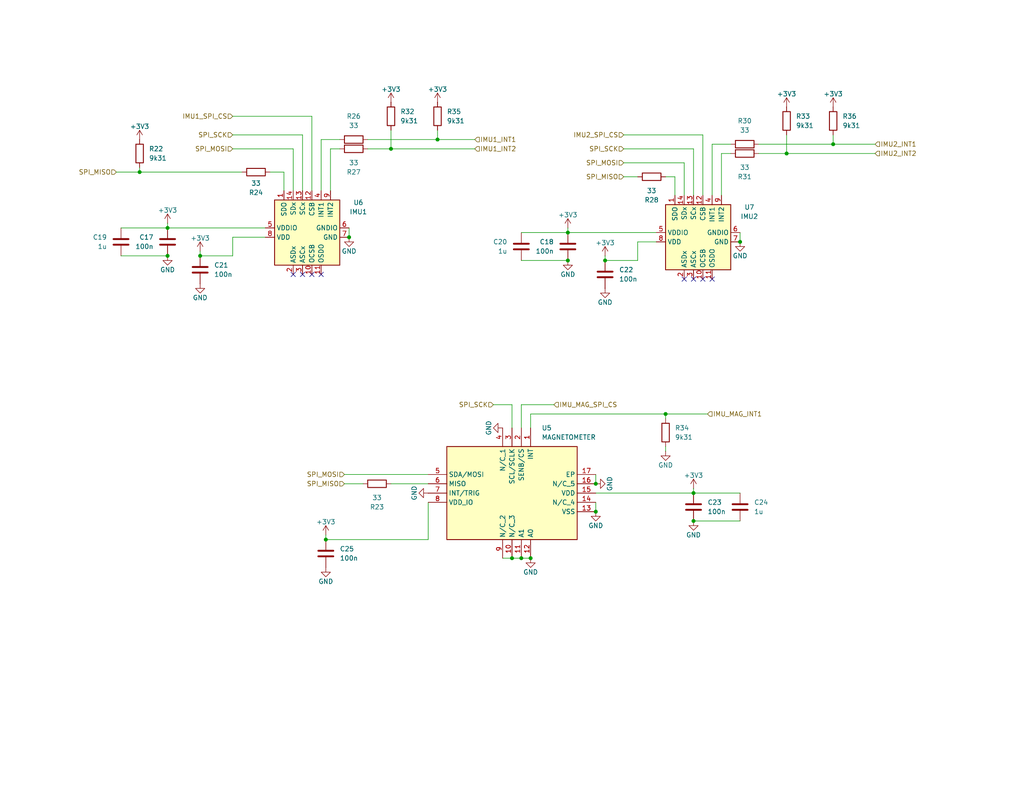
<source format=kicad_sch>
(kicad_sch (version 20231120) (generator "eeschema") (generator_version "8.0")
  (paper "USLetter")
  (lib_symbols
    (symbol "Device:C" (pin_numbers hide) (pin_names (offset 0.254))
      (property "Reference" "C" (at 0.635 2.54 0))
      (property "Value" "C" (at 0.635 -2.54 0))
      (symbol "C_0_1"
        (polyline (pts (xy -2.032 -0.762) (xy 2.032 -0.762)) (stroke (width 0.508)))
        (polyline (pts (xy -2.032 0.762) (xy 2.032 0.762)) (stroke (width 0.508)))
      )
      (symbol "C_1_1"
        (pin passive line (at 0 3.81 270) (length 2.794) (name "~") (number "1"))
        (pin passive line (at 0 -3.81 90) (length 2.794) (name "~") (number "2"))
      )
    )
    (symbol "Device:R" (pin_numbers hide) (pin_names (offset 0))
      (property "Reference" "R" (at 2.032 0 90))
      (property "Value" "R" (at 0 0 90))
      (symbol "R_0_1"
        (rectangle (start -1.016 -2.54) (end 1.016 2.54) (stroke (width 0.254)))
      )
      (symbol "R_1_1"
        (pin passive line (at 0 3.81 270) (length 1.27) (name "~") (number "1"))
        (pin passive line (at 0 -3.81 90) (length 1.27) (name "~") (number "2"))
      )
    )
    (symbol "Sensor_Motion:BMI160"
      (property "Reference" "U" (at -10.16 8.89 0))
      (property "Value" "BMI160" (at 7.62 8.89 0))
      (symbol "BMI160_1_1"
        (rectangle (start -10.16 7.62) (end 7.62 -10.16) (stroke (width 0.254)) (fill (type background)))
        (pin bidirectional line (at -12.7 5.08 0) (length 2.54) (name "SDO") (number "1"))
        (pin bidirectional line (at 10.16 -2.54 180) (length 2.54) (name "OCSB") (number "10"))
        (pin bidirectional line (at 10.16 -5.08 180) (length 2.54) (name "OSDO") (number "11"))
        (pin input line (at -12.7 -2.54 0) (length 2.54) (name "CSB") (number "12"))
        (pin input line (at -12.7 0 0) (length 2.54) (name "SCx") (number "13"))
        (pin bidirectional line (at -12.7 2.54 0) (length 2.54) (name "SDx") (number "14"))
        (pin bidirectional line (at 10.16 2.54 180) (length 2.54) (name "ASDx") (number "2"))
        (pin output line (at 10.16 0 180) (length 2.54) (name "ASCx") (number "3"))
        (pin bidirectional line (at -12.7 -5.08 0) (length 2.54) (name "INT1") (number "4"))
        (pin power_in line (at -2.54 10.16 270) (length 2.54) (name "VDDIO") (number "5"))
        (pin power_in line (at -2.54 -12.7 90) (length 2.54) (name "GNDIO") (number "6"))
        (pin power_in line (at 0 -12.7 90) (length 2.54) (name "GND") (number "7"))
        (pin power_in line (at 0 10.16 270) (length 2.54) (name "VDD") (number "8"))
        (pin bidirectional line (at -12.7 -7.62 0) (length 2.54) (name "INT2") (number "9"))
      )
    )
    (symbol "TVSC:MLX90393ELW-ABA-011-RE"
      (property "Reference" "IC" (at 31.75 17.78 0))
      (property "Value" "MLX90393ELW-ABA-011-RE" (at 31.75 15.24 0))
      (symbol "MLX90393ELW-ABA-011-RE_1_1"
        (rectangle (start 5.08 12.7) (end 30.48 -22.86) (stroke (width 0.254)) (fill (type background)))
        (pin passive line (at 0 0 0) (length 5.08) (name "INT") (number "1"))
        (pin passive line (at 35.56 -5.08 180) (length 5.08) (name "N/C_3") (number "10"))
        (pin passive line (at 35.56 -2.54 180) (length 5.08) (name "A1") (number "11"))
        (pin passive line (at 35.56 0 180) (length 5.08) (name "A0") (number "12"))
        (pin passive line (at 22.86 17.78 270) (length 5.08) (name "VSS") (number "13"))
        (pin passive line (at 20.32 17.78 270) (length 5.08) (name "N/C_4") (number "14"))
        (pin passive line (at 17.78 17.78 270) (length 5.08) (name "VDD") (number "15"))
        (pin passive line (at 15.24 17.78 270) (length 5.08) (name "N/C_5") (number "16"))
        (pin passive line (at 12.7 17.78 270) (length 5.08) (name "EP") (number "17"))
        (pin passive line (at 0 -2.54 0) (length 5.08) (name "SENB/CS") (number "2"))
        (pin passive line (at 0 -5.08 0) (length 5.08) (name "SCL/SCLK") (number "3"))
        (pin passive line (at 0 -7.62 0) (length 5.08) (name "N/C_1") (number "4"))
        (pin passive line (at 12.7 -27.94 90) (length 5.08) (name "SDA/MOSI") (number "5"))
        (pin passive line (at 15.24 -27.94 90) (length 5.08) (name "MISO") (number "6"))
        (pin passive line (at 17.78 -27.94 90) (length 5.08) (name "INT/TRIG") (number "7"))
        (pin passive line (at 20.32 -27.94 90) (length 5.08) (name "VDD_IO") (number "8"))
        (pin passive line (at 35.56 -7.62 180) (length 5.08) (name "N/C_2") (number "9"))
      )
    )
    (symbol "power:+3V3" (power) (pin_numbers hide) (pin_names (offset 0) hide)
      (property "Value" "+3V3" (at 0 3.556 0))
      (symbol "+3V3_0_1"
        (polyline (pts (xy -0.762 1.27) (xy 0 2.54)))
        (polyline (pts (xy 0 0) (xy 0 2.54)))
        (polyline (pts (xy 0 2.54) (xy 0.762 1.27)))
      )
      (symbol "+3V3_1_1"
        (pin power_in line (at 0 0 90) (length 0) (name "~") (number "1"))
      )
    )
    (symbol "power:GND" (power) (pin_numbers hide) (pin_names (offset 0) hide)
      (property "Value" "GND" (at 0 -3.81 0))
      (symbol "GND_0_1"
        (polyline (pts (xy 0 0) (xy 0 -1.27) (xy 1.27 -1.27) (xy 0 -2.54) (xy -1.27 -1.27) (xy 0 -1.27)))
      )
      (symbol "GND_1_1"
        (pin power_in line (at 0 0 270) (length 0) (name "~") (number "1"))
      )
    )
  )
  (junction (at 162.56 132.08))
  (junction (at 189.23 142.24))
  (junction (at 38.1 46.99))
  (junction (at 227.33 39.37))
  (junction (at 45.72 69.85))
  (junction (at 201.93 66.04))
  (junction (at 142.24 152.4))
  (junction (at 139.7 152.4))
  (junction (at 189.23 134.62))
  (junction (at 162.56 139.7))
  (junction (at 154.94 63.5))
  (junction (at 106.68 40.64))
  (junction (at 154.94 71.12))
  (junction (at 181.61 113.03))
  (junction (at 54.61 69.85))
  (junction (at 88.9 147.32))
  (junction (at 45.72 62.23))
  (junction (at 165.1 71.12))
  (junction (at 95.25 64.77))
  (junction (at 214.63 41.91))
  (junction (at 144.78 152.4))
  (junction (at 119.38 38.1))
  (no_connect (at 87.63 74.93))
  (no_connect (at 194.31 76.2))
  (no_connect (at 80.01 74.93))
  (no_connect (at 82.55 74.93))
  (no_connect (at 85.09 74.93))
  (no_connect (at 189.23 76.2))
  (no_connect (at 186.69 76.2))
  (no_connect (at 191.77 76.2))
  (wire (pts (xy 142.24 110.49) (xy 151.13 110.49)))
  (wire (pts (xy 63.5 64.77) (xy 72.39 64.77)))
  (wire (pts (xy 116.84 132.08) (xy 106.68 132.08)))
  (wire (pts (xy 88.9 147.32) (xy 116.84 147.32)))
  (wire (pts (xy 82.55 36.83) (xy 82.55 52.07)))
  (wire (pts (xy 191.77 36.83) (xy 191.77 53.34)))
  (wire (pts (xy 162.56 129.54) (xy 162.56 132.08)))
  (wire (pts (xy 227.33 36.83) (xy 227.33 39.37)))
  (wire (pts (xy 196.85 41.91) (xy 196.85 53.34)))
  (wire (pts (xy 154.94 71.12) (xy 142.24 71.12)))
  (wire (pts (xy 173.99 71.12) (xy 165.1 71.12)))
  (wire (pts (xy 139.7 152.4) (xy 142.24 152.4)))
  (wire (pts (xy 142.24 110.49) (xy 142.24 116.84)))
  (wire (pts (xy 194.31 39.37) (xy 199.39 39.37)))
  (wire (pts (xy 179.07 66.04) (xy 173.99 66.04)))
  (wire (pts (xy 88.9 146.05) (xy 88.9 147.32)))
  (wire (pts (xy 54.61 68.58) (xy 54.61 69.85)))
  (wire (pts (xy 227.33 39.37) (xy 238.76 39.37)))
  (wire (pts (xy 194.31 39.37) (xy 194.31 53.34)))
  (wire (pts (xy 93.98 129.54) (xy 116.84 129.54)))
  (wire (pts (xy 201.93 134.62) (xy 189.23 134.62)))
  (wire (pts (xy 189.23 142.24) (xy 201.93 142.24)))
  (wire (pts (xy 87.63 38.1) (xy 87.63 52.07)))
  (wire (pts (xy 238.76 41.91) (xy 214.63 41.91)))
  (wire (pts (xy 77.47 52.07) (xy 77.47 46.99)))
  (wire (pts (xy 119.38 35.56) (xy 119.38 38.1)))
  (wire (pts (xy 170.18 36.83) (xy 191.77 36.83)))
  (wire (pts (xy 31.75 46.99) (xy 38.1 46.99)))
  (wire (pts (xy 45.72 69.85) (xy 33.02 69.85)))
  (wire (pts (xy 189.23 133.35) (xy 189.23 134.62)))
  (wire (pts (xy 165.1 69.85) (xy 165.1 71.12)))
  (wire (pts (xy 214.63 36.83) (xy 214.63 41.91)))
  (wire (pts (xy 134.62 110.49) (xy 139.7 110.49)))
  (wire (pts (xy 189.23 40.64) (xy 189.23 53.34)))
  (wire (pts (xy 186.69 44.45) (xy 186.69 53.34)))
  (wire (pts (xy 106.68 35.56) (xy 106.68 40.64)))
  (wire (pts (xy 129.54 38.1) (xy 119.38 38.1)))
  (wire (pts (xy 162.56 134.62) (xy 189.23 134.62)))
  (wire (pts (xy 207.01 41.91) (xy 214.63 41.91)))
  (wire (pts (xy 139.7 110.49) (xy 139.7 116.84)))
  (wire (pts (xy 45.72 60.96) (xy 45.72 62.23)))
  (wire (pts (xy 142.24 63.5) (xy 154.94 63.5)))
  (wire (pts (xy 154.94 62.23) (xy 154.94 63.5)))
  (wire (pts (xy 184.15 48.26) (xy 184.15 53.34)))
  (wire (pts (xy 170.18 44.45) (xy 186.69 44.45)))
  (wire (pts (xy 181.61 113.03) (xy 193.04 113.03)))
  (wire (pts (xy 181.61 48.26) (xy 184.15 48.26)))
  (wire (pts (xy 63.5 31.75) (xy 85.09 31.75)))
  (wire (pts (xy 92.71 40.64) (xy 90.17 40.64)))
  (wire (pts (xy 181.61 113.03) (xy 181.61 114.3)))
  (wire (pts (xy 144.78 113.03) (xy 144.78 116.84)))
  (wire (pts (xy 116.84 137.16) (xy 116.84 147.32)))
  (wire (pts (xy 170.18 40.64) (xy 189.23 40.64)))
  (wire (pts (xy 144.78 113.03) (xy 181.61 113.03)))
  (wire (pts (xy 63.5 36.83) (xy 82.55 36.83)))
  (wire (pts (xy 207.01 39.37) (xy 227.33 39.37)))
  (wire (pts (xy 90.17 40.64) (xy 90.17 52.07)))
  (wire (pts (xy 33.02 62.23) (xy 45.72 62.23)))
  (wire (pts (xy 92.71 38.1) (xy 87.63 38.1)))
  (wire (pts (xy 93.98 132.08) (xy 99.06 132.08)))
  (wire (pts (xy 80.01 40.64) (xy 80.01 52.07)))
  (wire (pts (xy 95.25 62.23) (xy 95.25 64.77)))
  (wire (pts (xy 142.24 152.4) (xy 144.78 152.4)))
  (wire (pts (xy 196.85 41.91) (xy 199.39 41.91)))
  (wire (pts (xy 38.1 46.99) (xy 66.04 46.99)))
  (wire (pts (xy 170.18 48.26) (xy 173.99 48.26)))
  (wire (pts (xy 181.61 123.19) (xy 181.61 121.92)))
  (wire (pts (xy 173.99 66.04) (xy 173.99 71.12)))
  (wire (pts (xy 201.93 63.5) (xy 201.93 66.04)))
  (wire (pts (xy 100.33 40.64) (xy 106.68 40.64)))
  (wire (pts (xy 154.94 63.5) (xy 179.07 63.5)))
  (wire (pts (xy 129.54 40.64) (xy 106.68 40.64)))
  (wire (pts (xy 63.5 64.77) (xy 63.5 69.85)))
  (wire (pts (xy 100.33 38.1) (xy 119.38 38.1)))
  (wire (pts (xy 77.47 46.99) (xy 73.66 46.99)))
  (wire (pts (xy 63.5 69.85) (xy 54.61 69.85)))
  (wire (pts (xy 85.09 31.75) (xy 85.09 52.07)))
  (wire (pts (xy 45.72 62.23) (xy 72.39 62.23)))
  (wire (pts (xy 162.56 137.16) (xy 162.56 139.7)))
  (wire (pts (xy 137.16 152.4) (xy 139.7 152.4)))
  (wire (pts (xy 63.5 40.64) (xy 80.01 40.64)))
  (wire (pts (xy 38.1 45.72) (xy 38.1 46.99)))
  (hierarchical_label "IMU2_INT2" (shape input) (at 238.76 41.91 0))
  (hierarchical_label "SPI_MISO" (shape input) (at 31.75 46.99 180))
  (hierarchical_label "IMU2_INT1" (shape input) (at 238.76 39.37 0))
  (hierarchical_label "IMU_MAG_INT1" (shape input) (at 193.04 113.03 0))
  (hierarchical_label "IMU1_SPI_CS" (shape input) (at 63.5 31.75 180))
  (hierarchical_label "SPI_MOSI" (shape input) (at 63.5 40.64 180))
  (hierarchical_label "SPI_SCK" (shape input) (at 63.5 36.83 180))
  (hierarchical_label "IMU2_SPI_CS" (shape input) (at 170.18 36.83 180))
  (hierarchical_label "SPI_MISO" (shape input) (at 170.18 48.26 180))
  (hierarchical_label "SPI_SCK" (shape input) (at 134.62 110.49 180))
  (hierarchical_label "SPI_MISO" (shape input) (at 93.98 132.08 180))
  (hierarchical_label "IMU_MAG_SPI_CS" (shape input) (at 151.13 110.49 0))
  (hierarchical_label "IMU1_INT1" (shape input) (at 129.54 38.1 0))
  (hierarchical_label "SPI_MOSI" (shape input) (at 93.98 129.54 180))
  (hierarchical_label "SPI_MOSI" (shape input) (at 170.18 44.45 180))
  (hierarchical_label "IMU1_INT2" (shape input) (at 129.54 40.64 0))
  (hierarchical_label "SPI_SCK" (shape input) (at 170.18 40.64 180))
  (symbol (lib_id "power:+3V3") (at 214.63 29.21 0) (unit 1)
    (property "Reference" "#PWR67" (effects (hide yes)))
    (property "Value" "+3V3" (at 214.63 25.654 0))
  )
  (symbol (lib_id "power:+3V3") (at 189.23 133.35 0) (unit 1)
    (property "Reference" "#PWR44" (effects (hide yes)))
    (property "Value" "+3V3" (at 189.23 129.794 0))
  )
  (symbol (lib_id "Device:C") (at 165.1 74.93 0) (unit 1)
    (property "Reference" "C22" (at 168.91 73.66 0) (effects (justify left)))
    (property "Value" "100n" (at 168.91 76.2 0) (effects (justify left)))
    (property "Footprint" "footprints:Nondescript_C_0402_1005Metric" (effects (hide yes)))
    (property "Active" "Y" (effects (hide yes)))
    (property "MPN" "C1525" (effects (hide yes)))
    (property "Manufacturer" "Samsung Electro-Mechanics" (effects (hide yes)))
    (property "Manufacturer Part Number" "CL05B104KO5NNNC" (effects (hide yes)))
    (property "Basic or Extended Component" "Basic" (effects (hide yes)))
  )
  (symbol (lib_id "power:GND") (at 137.16 116.84 270) (mirror x) (unit 1)
    (property "Reference" "#PWR55" (effects (hide yes)))
    (property "Value" "GND" (at 133.35 116.84 0))
  )
  (symbol (lib_id "power:GND") (at 181.61 123.19 0) (mirror y) (unit 1)
    (property "Reference" "#PWR68" (effects (hide yes)))
    (property "Value" "GND" (at 181.61 127 0))
  )
  (symbol (lib_id "Sensor_Motion:BMI160") (at 189.23 66.04 90) (mirror x) (unit 1)
    (property "Reference" "U7" (at 204.47 56.5719 90))
    (property "Value" "IMU2" (at 204.47 59.1119 90))
    (property "Footprint" "Package_LGA:Bosch_LGA-14_3x2.5mm_P0.5mm" (effects (hide yes)))
    (property "Datasheet" "https://www.bosch-sensortec.com/media/boschsensortec/downloads/datasheets/bst-bmi160-ds000.pdf" (effects (hide yes)))
    (property "MPN" "C5368700" (effects (hide yes)))
    (property "Manufacturer" "Bosch Sensortec" (effects (hide yes)))
    (property "Manufacturer Part Number" "BMI323" (effects (hide yes)))
    (property "Active" "Y" (effects (hide yes)))
    (property "Basic or Extended Component" "Extended" (effects (hide yes)))
  )
  (symbol (lib_id "TVSC:MLX90393ELW-ABA-011-RE") (at 144.78 116.84 270) (unit 1)
    (property "Reference" "U5" (at 147.7965 116.84 90) (effects (justify left)))
    (property "Value" "MAGNETOMETER" (at 147.7965 119.38 90) (effects (justify left)))
    (property "Footprint" "footprints:QFN50P300X300X100-17N-D" (effects (hide yes)))
    (property "Datasheet" "https://componentsearchengine.com/Datasheets/1/MLX90393ELW-ABA-011-RE.pdf" (effects (hide yes)))
    (property "Description" "Board Mount Hall Effect / Magnetic Sensors Triaxis Magnetic node - Micropower Magnetometer ft. SPI/I2C Output - I2C_address 0x03h - Consumer Grade (Gen.III)" (effects (hide yes)))
    (property "Height" "1" (effects (hide yes)))
    (property "Arrow Part Number" "MLX90393ELW-ABA-011-RE" (effects (hide yes)))
    (property "Arrow Price/Stock" "https://www.arrow.com/en/products/mlx90393elw-aba-011-re/melexis?utm_currency=USD&region=nac" (effects (hide yes)))
    (property "Active" "Y" (effects (hide yes)))
    (property "Basic or Extended Component" "Extended" (effects (hide yes)))
    (property "MPN" "C2654971" (effects (hide yes)))
    (property "Manufacturer" "Melexis" (effects (hide yes)))
    (property "Manufacturer Part Number" "MLX90393ELW-ABA-011-RE" (effects (hide yes)))
  )
  (symbol (lib_id "Device:R") (at 181.61 118.11 0) (unit 1)
    (property "Reference" "R34" (at 184.15 116.84 0) (effects (justify left)))
    (property "Value" "9k31" (at 184.15 119.38 0) (effects (justify left)))
    (property "Footprint" "footprints:Nondescript_R_0402_1005Metric" (effects (hide yes)))
    (property "MPN" "C270572" (effects (hide yes)))
    (property "Manufacturer" "UNI-ROYAL(Uniroyal Elec)" (effects (hide yes)))
    (property "Manufacturer Part Number" "0402WGF9311TCE" (effects (hide yes)))
    (property "Active" "Y" (effects (hide yes)))
    (property "Basic or Extended Component" "Basic" (effects (hide yes)))
  )
  (symbol (lib_id "power:+3V3") (at 227.33 29.21 0) (unit 1)
    (property "Reference" "#PWR70" (effects (hide yes)))
    (property "Value" "+3V3" (at 227.33 25.654 0))
  )
  (symbol (lib_id "power:+3V3") (at 45.72 60.96 0) (mirror y) (unit 1)
    (property "Reference" "#PWR34" (effects (hide yes)))
    (property "Value" "+3V3" (at 45.72 57.404 0))
  )
  (symbol (lib_id "power:GND") (at 116.84 134.62 270) (mirror x) (unit 1)
    (property "Reference" "#PWR53" (effects (hide yes)))
    (property "Value" "GND" (at 113.03 134.62 0))
  )
  (symbol (lib_id "power:GND") (at 45.72 69.85 0) (mirror y) (unit 1)
    (property "Reference" "#PWR35" (effects (hide yes)))
    (property "Value" "GND" (at 45.72 73.66 0))
  )
  (symbol (lib_id "power:GND") (at 54.61 77.47 0) (unit 1)
    (property "Reference" "#PWR41" (effects (hide yes)))
    (property "Value" "GND" (at 54.61 81.28 0))
  )
  (symbol (lib_id "power:+3V3") (at 54.61 68.58 0) (unit 1)
    (property "Reference" "#PWR40" (effects (hide yes)))
    (property "Value" "+3V3" (at 54.61 65.024 0))
  )
  (symbol (lib_id "power:GND") (at 154.94 71.12 0) (mirror y) (unit 1)
    (property "Reference" "#PWR37" (effects (hide yes)))
    (property "Value" "GND" (at 154.94 74.93 0))
  )
  (symbol (lib_id "Device:C") (at 142.24 67.31 0) (mirror y) (unit 1)
    (property "Reference" "C20" (at 138.43 66.04 0) (effects (justify left)))
    (property "Value" "1u" (at 138.43 68.58 0) (effects (justify left)))
    (property "Footprint" "footprints:Nondescript_C_0402_1005Metric" (effects (hide yes)))
    (property "Active" "Y" (effects (hide yes)))
    (property "MPN" "C52923" (effects (hide yes)))
    (property "Manufacturer" "Samsung Electro-Mechanics" (effects (hide yes)))
    (property "Manufacturer Part Number" "CL05A105KA5NQNC" (effects (hide yes)))
    (property "Basic or Extended Component" "Basic" (effects (hide yes)))
  )
  (symbol (lib_id "Device:R") (at 214.63 33.02 0) (unit 1)
    (property "Reference" "R33" (at 217.17 31.75 0) (effects (justify left)))
    (property "Value" "9k31" (at 217.17 34.29 0) (effects (justify left)))
    (property "Footprint" "footprints:Nondescript_R_0402_1005Metric" (effects (hide yes)))
    (property "MPN" "C270572" (effects (hide yes)))
    (property "Manufacturer" "UNI-ROYAL(Uniroyal Elec)" (effects (hide yes)))
    (property "Manufacturer Part Number" "0402WGF9311TCE" (effects (hide yes)))
    (property "Active" "Y" (effects (hide yes)))
    (property "Basic or Extended Component" "Basic" (effects (hide yes)))
  )
  (symbol (lib_id "power:+3V3") (at 119.38 27.94 0) (unit 1)
    (property "Reference" "#PWR69" (effects (hide yes)))
    (property "Value" "+3V3" (at 119.38 24.384 0))
  )
  (symbol (lib_id "Device:C") (at 54.61 73.66 0) (unit 1)
    (property "Reference" "C21" (at 58.42 72.39 0) (effects (justify left)))
    (property "Value" "100n" (at 58.42 74.93 0) (effects (justify left)))
    (property "Footprint" "footprints:Nondescript_C_0402_1005Metric" (effects (hide yes)))
    (property "Active" "Y" (effects (hide yes)))
    (property "MPN" "C1525" (effects (hide yes)))
    (property "Manufacturer" "Samsung Electro-Mechanics" (effects (hide yes)))
    (property "Manufacturer Part Number" "CL05B104KO5NNNC" (effects (hide yes)))
    (property "Basic or Extended Component" "Basic" (effects (hide yes)))
  )
  (symbol (lib_id "power:+3V3") (at 88.9 146.05 0) (unit 1)
    (property "Reference" "#PWR48" (effects (hide yes)))
    (property "Value" "+3V3" (at 88.9 142.494 0))
  )
  (symbol (lib_id "power:GND") (at 162.56 139.7 0) (mirror y) (unit 1)
    (property "Reference" "#PWR60" (effects (hide yes)))
    (property "Value" "GND" (at 162.56 143.51 0))
  )
  (symbol (lib_id "power:GND") (at 201.93 66.04 0) (mirror y) (unit 1)
    (property "Reference" "#PWR65" (effects (hide yes)))
    (property "Value" "GND" (at 201.93 69.85 0))
  )
  (symbol (lib_id "power:GND") (at 162.56 132.08 90) (mirror x) (unit 1)
    (property "Reference" "#PWR58" (effects (hide yes)))
    (property "Value" "GND" (at 166.37 132.08 0))
  )
  (symbol (lib_id "power:+3V3") (at 106.68 27.94 0) (unit 1)
    (property "Reference" "#PWR66" (effects (hide yes)))
    (property "Value" "+3V3" (at 106.68 24.384 0))
  )
  (symbol (lib_id "power:GND") (at 144.78 152.4 0) (mirror y) (unit 1)
    (property "Reference" "#PWR56" (effects (hide yes)))
    (property "Value" "GND" (at 144.78 156.21 0))
  )
  (symbol (lib_id "power:GND") (at 95.25 64.77 0) (mirror y) (unit 1)
    (property "Reference" "#PWR62" (effects (hide yes)))
    (property "Value" "GND" (at 95.25 68.58 0))
  )
  (symbol (lib_id "Device:R") (at 38.1 41.91 0) (unit 1)
    (property "Reference" "R22" (at 40.64 40.64 0) (effects (justify left)))
    (property "Value" "9k31" (at 40.64 43.18 0) (effects (justify left)))
    (property "Footprint" "footprints:Nondescript_R_0402_1005Metric" (effects (hide yes)))
    (property "MPN" "C270572" (effects (hide yes)))
    (property "Manufacturer" "UNI-ROYAL(Uniroyal Elec)" (effects (hide yes)))
    (property "Manufacturer Part Number" "0402WGF9311TCE" (effects (hide yes)))
    (property "Active" "Y" (effects (hide yes)))
    (property "Basic or Extended Component" "Basic" (effects (hide yes)))
  )
  (symbol (lib_id "Device:R") (at 102.87 132.08 270) (unit 1)
    (property "Reference" "R23" (at 102.87 138.43 90))
    (property "Value" "33" (at 102.87 135.89 90))
    (property "Footprint" "footprints:Nondescript_R_0402_1005Metric" (effects (hide yes)))
    (property "Active" "Y" (effects (hide yes)))
    (property "Basic or Extended Component" "Basic" (effects (hide yes)))
    (property "MPN" "C25105" (effects (hide yes)))
    (property "Manufacturer" "UNI-ROYAL(Uniroyal Elec)" (effects (hide yes)))
    (property "Manufacturer Part Number" "0402WGF330JTCE" (effects (hide yes)))
  )
  (symbol (lib_id "power:+3V3") (at 154.94 62.23 0) (mirror y) (unit 1)
    (property "Reference" "#PWR36" (effects (hide yes)))
    (property "Value" "+3V3" (at 154.94 58.674 0))
  )
  (symbol (lib_id "Device:R") (at 227.33 33.02 0) (unit 1)
    (property "Reference" "R36" (at 229.87 31.75 0) (effects (justify left)))
    (property "Value" "9k31" (at 229.87 34.29 0) (effects (justify left)))
    (property "Footprint" "footprints:Nondescript_R_0402_1005Metric" (effects (hide yes)))
    (property "MPN" "C270572" (effects (hide yes)))
    (property "Manufacturer" "UNI-ROYAL(Uniroyal Elec)" (effects (hide yes)))
    (property "Manufacturer Part Number" "0402WGF9311TCE" (effects (hide yes)))
    (property "Active" "Y" (effects (hide yes)))
    (property "Basic or Extended Component" "Basic" (effects (hide yes)))
  )
  (symbol (lib_id "Device:C") (at 154.94 67.31 0) (mirror y) (unit 1)
    (property "Reference" "C18" (at 151.13 66.04 0) (effects (justify left)))
    (property "Value" "100n" (at 151.13 68.58 0) (effects (justify left)))
    (property "Footprint" "footprints:Nondescript_C_0402_1005Metric" (effects (hide yes)))
    (property "Active" "Y" (effects (hide yes)))
    (property "MPN" "C1525" (effects (hide yes)))
    (property "Manufacturer" "Samsung Electro-Mechanics" (effects (hide yes)))
    (property "Manufacturer Part Number" "CL05B104KO5NNNC" (effects (hide yes)))
    (property "Basic or Extended Component" "Basic" (effects (hide yes)))
  )
  (symbol (lib_id "Device:C") (at 33.02 66.04 0) (mirror y) (unit 1)
    (property "Reference" "C19" (at 29.21 64.77 0) (effects (justify left)))
    (property "Value" "1u" (at 29.21 67.31 0) (effects (justify left)))
    (property "Footprint" "footprints:Nondescript_C_0402_1005Metric" (effects (hide yes)))
    (property "Active" "Y" (effects (hide yes)))
    (property "MPN" "C52923" (effects (hide yes)))
    (property "Manufacturer" "Samsung Electro-Mechanics" (effects (hide yes)))
    (property "Manufacturer Part Number" "CL05A105KA5NQNC" (effects (hide yes)))
    (property "Basic or Extended Component" "Basic" (effects (hide yes)))
  )
  (symbol (lib_id "Device:R") (at 106.68 31.75 0) (unit 1)
    (property "Reference" "R32" (at 109.22 30.48 0) (effects (justify left)))
    (property "Value" "9k31" (at 109.22 33.02 0) (effects (justify left)))
    (property "Footprint" "footprints:Nondescript_R_0402_1005Metric" (effects (hide yes)))
    (property "MPN" "C270572" (effects (hide yes)))
    (property "Manufacturer" "UNI-ROYAL(Uniroyal Elec)" (effects (hide yes)))
    (property "Manufacturer Part Number" "0402WGF9311TCE" (effects (hide yes)))
    (property "Active" "Y" (effects (hide yes)))
    (property "Basic or Extended Component" "Basic" (effects (hide yes)))
  )
  (symbol (lib_id "Device:C") (at 45.72 66.04 0) (mirror y) (unit 1)
    (property "Reference" "C17" (at 41.91 64.77 0) (effects (justify left)))
    (property "Value" "100n" (at 41.91 67.31 0) (effects (justify left)))
    (property "Footprint" "footprints:Nondescript_C_0402_1005Metric" (effects (hide yes)))
    (property "Active" "Y" (effects (hide yes)))
    (property "MPN" "C1525" (effects (hide yes)))
    (property "Manufacturer" "Samsung Electro-Mechanics" (effects (hide yes)))
    (property "Manufacturer Part Number" "CL05B104KO5NNNC" (effects (hide yes)))
    (property "Basic or Extended Component" "Basic" (effects (hide yes)))
  )
  (symbol (lib_id "power:+3V3") (at 165.1 69.85 0) (unit 1)
    (property "Reference" "#PWR42" (effects (hide yes)))
    (property "Value" "+3V3" (at 165.1 66.294 0))
  )
  (symbol (lib_id "power:GND") (at 189.23 142.24 0) (unit 1)
    (property "Reference" "#PWR45" (effects (hide yes)))
    (property "Value" "GND" (at 189.23 146.05 0))
  )
  (symbol (lib_id "Device:R") (at 69.85 46.99 90) (mirror x) (unit 1)
    (property "Reference" "R24" (at 69.85 52.578 90))
    (property "Value" "33" (at 69.85 50.038 90))
    (property "Footprint" "footprints:Nondescript_R_0402_1005Metric" (effects (hide yes)))
    (property "Active" "Y" (effects (hide yes)))
    (property "Basic or Extended Component" "Basic" (effects (hide yes)))
    (property "MPN" "C25105" (effects (hide yes)))
    (property "Manufacturer" "UNI-ROYAL(Uniroyal Elec)" (effects (hide yes)))
    (property "Manufacturer Part Number" "0402WGF330JTCE" (effects (hide yes)))
  )
  (symbol (lib_id "Device:C") (at 88.9 151.13 0) (unit 1)
    (property "Reference" "C25" (at 92.71 149.86 0) (effects (justify left)))
    (property "Value" "100n" (at 92.71 152.4 0) (effects (justify left)))
    (property "Footprint" "footprints:Nondescript_C_0402_1005Metric" (effects (hide yes)))
    (property "Active" "Y" (effects (hide yes)))
    (property "MPN" "C1525" (effects (hide yes)))
    (property "Manufacturer" "Samsung Electro-Mechanics" (effects (hide yes)))
    (property "Manufacturer Part Number" "CL05B104KO5NNNC" (effects (hide yes)))
    (property "Basic or Extended Component" "Basic" (effects (hide yes)))
  )
  (symbol (lib_id "Device:R") (at 177.8 48.26 270) (unit 1)
    (property "Reference" "R28" (at 177.8 54.61 90))
    (property "Value" "33" (at 177.8 52.07 90))
    (property "Footprint" "footprints:Nondescript_R_0402_1005Metric" (effects (hide yes)))
    (property "Active" "Y" (effects (hide yes)))
    (property "Basic or Extended Component" "Basic" (effects (hide yes)))
    (property "MPN" "C25105" (effects (hide yes)))
    (property "Manufacturer" "UNI-ROYAL(Uniroyal Elec)" (effects (hide yes)))
    (property "Manufacturer Part Number" "0402WGF330JTCE" (effects (hide yes)))
  )
  (symbol (lib_id "Device:C") (at 189.23 138.43 0) (unit 1)
    (property "Reference" "C23" (at 193.04 137.16 0) (effects (justify left)))
    (property "Value" "100n" (at 193.04 139.7 0) (effects (justify left)))
    (property "Footprint" "footprints:Nondescript_C_0402_1005Metric" (effects (hide yes)))
    (property "Active" "Y" (effects (hide yes)))
    (property "MPN" "C1525" (effects (hide yes)))
    (property "Manufacturer" "Samsung Electro-Mechanics" (effects (hide yes)))
    (property "Manufacturer Part Number" "CL05B104KO5NNNC" (effects (hide yes)))
    (property "Basic or Extended Component" "Basic" (effects (hide yes)))
  )
  (symbol (lib_id "power:+3V3") (at 38.1 38.1 0) (unit 1)
    (property "Reference" "#PWR52" (effects (hide yes)))
    (property "Value" "+3V3" (at 38.1 34.544 0))
  )
  (symbol (lib_id "Device:R") (at 96.52 40.64 90) (mirror x) (unit 1)
    (property "Reference" "R27" (at 96.52 46.99 90))
    (property "Value" "33" (at 96.52 44.45 90))
    (property "Footprint" "footprints:Nondescript_R_0402_1005Metric" (effects (hide yes)))
    (property "Active" "Y" (effects (hide yes)))
    (property "Basic or Extended Component" "Basic" (effects (hide yes)))
    (property "MPN" "C25105" (effects (hide yes)))
    (property "Manufacturer" "UNI-ROYAL(Uniroyal Elec)" (effects (hide yes)))
    (property "Manufacturer Part Number" "0402WGF330JTCE" (effects (hide yes)))
  )
  (symbol (lib_id "power:GND") (at 88.9 154.94 0) (unit 1)
    (property "Reference" "#PWR49" (effects (hide yes)))
    (property "Value" "GND" (at 88.9 158.75 0))
  )
  (symbol (lib_id "Device:R") (at 96.52 38.1 90) (unit 1)
    (property "Reference" "R26" (at 96.52 31.75 90))
    (property "Value" "33" (at 96.52 34.29 90))
    (property "Footprint" "footprints:Nondescript_R_0402_1005Metric" (effects (hide yes)))
    (property "Active" "Y" (effects (hide yes)))
    (property "Basic or Extended Component" "Basic" (effects (hide yes)))
    (property "MPN" "C25105" (effects (hide yes)))
    (property "Manufacturer" "UNI-ROYAL(Uniroyal Elec)" (effects (hide yes)))
    (property "Manufacturer Part Number" "0402WGF330JTCE" (effects (hide yes)))
  )
  (symbol (lib_id "Device:R") (at 203.2 41.91 90) (mirror x) (unit 1)
    (property "Reference" "R31" (at 203.2 48.26 90))
    (property "Value" "33" (at 203.2 45.72 90))
    (property "Footprint" "footprints:Nondescript_R_0402_1005Metric" (effects (hide yes)))
    (property "Active" "Y" (effects (hide yes)))
    (property "Basic or Extended Component" "Basic" (effects (hide yes)))
    (property "MPN" "C25105" (effects (hide yes)))
    (property "Manufacturer" "UNI-ROYAL(Uniroyal Elec)" (effects (hide yes)))
    (property "Manufacturer Part Number" "0402WGF330JTCE" (effects (hide yes)))
  )
  (symbol (lib_id "Device:C") (at 201.93 138.43 0) (unit 1)
    (property "Reference" "C24" (at 205.74 137.16 0) (effects (justify left)))
    (property "Value" "1u" (at 205.74 139.7 0) (effects (justify left)))
    (property "Footprint" "footprints:Nondescript_C_0402_1005Metric" (effects (hide yes)))
    (property "Active" "Y" (effects (hide yes)))
    (property "MPN" "C52923" (effects (hide yes)))
    (property "Manufacturer" "Samsung Electro-Mechanics" (effects (hide yes)))
    (property "Manufacturer Part Number" "CL05A105KA5NQNC" (effects (hide yes)))
    (property "Basic or Extended Component" "Basic" (effects (hide yes)))
  )
  (symbol (lib_id "Sensor_Motion:BMI160") (at 82.55 64.77 90) (mirror x) (unit 1)
    (property "Reference" "U6" (at 97.79 55.3019 90))
    (property "Value" "IMU1" (at 97.79 57.8419 90))
    (property "Footprint" "Package_LGA:Bosch_LGA-14_3x2.5mm_P0.5mm" (effects (hide yes)))
    (property "Datasheet" "https://www.bosch-sensortec.com/media/boschsensortec/downloads/datasheets/bst-bmi160-ds000.pdf" (effects (hide yes)))
    (property "MPN" "C5368700" (effects (hide yes)))
    (property "Manufacturer" "Bosch Sensortec" (effects (hide yes)))
    (property "Manufacturer Part Number" "BMI323" (effects (hide yes)))
    (property "Active" "Y" (effects (hide yes)))
    (property "Basic or Extended Component" "Extended" (effects (hide yes)))
  )
  (symbol (lib_id "Device:R") (at 203.2 39.37 90) (unit 1)
    (property "Reference" "R30" (at 203.2 33.02 90))
    (property "Value" "33" (at 203.2 35.56 90))
    (property "Footprint" "footprints:Nondescript_R_0402_1005Metric" (effects (hide yes)))
    (property "Active" "Y" (effects (hide yes)))
    (property "Basic or Extended Component" "Basic" (effects (hide yes)))
    (property "MPN" "C25105" (effects (hide yes)))
    (property "Manufacturer" "UNI-ROYAL(Uniroyal Elec)" (effects (hide yes)))
    (property "Manufacturer Part Number" "0402WGF330JTCE" (effects (hide yes)))
  )
  (symbol (lib_id "Device:R") (at 119.38 31.75 0) (unit 1)
    (property "Reference" "R35" (at 121.92 30.48 0) (effects (justify left)))
    (property "Value" "9k31" (at 121.92 33.02 0) (effects (justify left)))
    (property "Footprint" "footprints:Nondescript_R_0402_1005Metric" (effects (hide yes)))
    (property "MPN" "C270572" (effects (hide yes)))
    (property "Manufacturer" "UNI-ROYAL(Uniroyal Elec)" (effects (hide yes)))
    (property "Manufacturer Part Number" "0402WGF9311TCE" (effects (hide yes)))
    (property "Active" "Y" (effects (hide yes)))
    (property "Basic or Extended Component" "Basic" (effects (hide yes)))
  )
  (symbol (lib_id "power:GND") (at 165.1 78.74 0) (unit 1)
    (property "Reference" "#PWR43" (effects (hide yes)))
    (property "Value" "GND" (at 165.1 82.55 0))
  )
)
</source>
